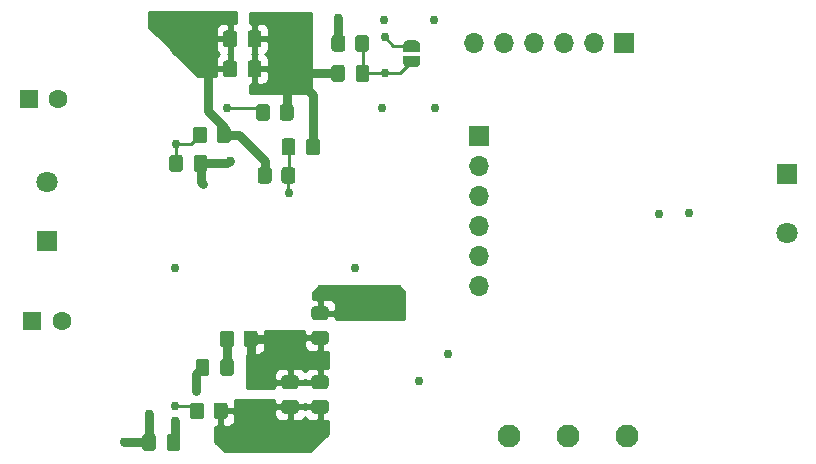
<source format=gbr>
%TF.GenerationSoftware,KiCad,Pcbnew,(5.1.8-0-10_14)*%
%TF.CreationDate,2021-08-05T18:18:29-06:00*%
%TF.ProjectId,ESP8266_Water_Sensor,45535038-3236-4365-9f57-617465725f53,rev?*%
%TF.SameCoordinates,Original*%
%TF.FileFunction,Copper,L4,Bot*%
%TF.FilePolarity,Positive*%
%FSLAX46Y46*%
G04 Gerber Fmt 4.6, Leading zero omitted, Abs format (unit mm)*
G04 Created by KiCad (PCBNEW (5.1.8-0-10_14)) date 2021-08-05 18:18:29*
%MOMM*%
%LPD*%
G01*
G04 APERTURE LIST*
%TA.AperFunction,ComponentPad*%
%ADD10R,1.700000X1.700000*%
%TD*%
%TA.AperFunction,ComponentPad*%
%ADD11O,1.700000X1.700000*%
%TD*%
%TA.AperFunction,ComponentPad*%
%ADD12C,1.800000*%
%TD*%
%TA.AperFunction,ComponentPad*%
%ADD13R,1.800000X1.800000*%
%TD*%
%TA.AperFunction,SMDPad,CuDef*%
%ADD14C,0.100000*%
%TD*%
%TA.AperFunction,ComponentPad*%
%ADD15C,1.950000*%
%TD*%
%TA.AperFunction,ComponentPad*%
%ADD16C,1.600000*%
%TD*%
%TA.AperFunction,ComponentPad*%
%ADD17R,1.600000X1.600000*%
%TD*%
%TA.AperFunction,ViaPad*%
%ADD18C,0.762000*%
%TD*%
%TA.AperFunction,Conductor*%
%ADD19C,0.762000*%
%TD*%
%TA.AperFunction,Conductor*%
%ADD20C,0.254000*%
%TD*%
%TA.AperFunction,Conductor*%
%ADD21C,0.100000*%
%TD*%
G04 APERTURE END LIST*
%TO.P,C1,1*%
%TO.N,+3V3*%
%TA.AperFunction,SMDPad,CuDef*%
G36*
G01*
X135810500Y-87470000D02*
X135810500Y-86520000D01*
G75*
G02*
X136060500Y-86270000I250000J0D01*
G01*
X136735500Y-86270000D01*
G75*
G02*
X136985500Y-86520000I0J-250000D01*
G01*
X136985500Y-87470000D01*
G75*
G02*
X136735500Y-87720000I-250000J0D01*
G01*
X136060500Y-87720000D01*
G75*
G02*
X135810500Y-87470000I0J250000D01*
G01*
G37*
%TD.AperFunction*%
%TO.P,C1,2*%
%TO.N,GND*%
%TA.AperFunction,SMDPad,CuDef*%
G36*
G01*
X137885500Y-87470000D02*
X137885500Y-86520000D01*
G75*
G02*
X138135500Y-86270000I250000J0D01*
G01*
X138810500Y-86270000D01*
G75*
G02*
X139060500Y-86520000I0J-250000D01*
G01*
X139060500Y-87470000D01*
G75*
G02*
X138810500Y-87720000I-250000J0D01*
G01*
X138135500Y-87720000D01*
G75*
G02*
X137885500Y-87470000I0J250000D01*
G01*
G37*
%TD.AperFunction*%
%TD*%
%TO.P,C4,1*%
%TO.N,+3V3*%
%TA.AperFunction,SMDPad,CuDef*%
G36*
G01*
X135810500Y-90010000D02*
X135810500Y-89060000D01*
G75*
G02*
X136060500Y-88810000I250000J0D01*
G01*
X136735500Y-88810000D01*
G75*
G02*
X136985500Y-89060000I0J-250000D01*
G01*
X136985500Y-90010000D01*
G75*
G02*
X136735500Y-90260000I-250000J0D01*
G01*
X136060500Y-90260000D01*
G75*
G02*
X135810500Y-90010000I0J250000D01*
G01*
G37*
%TD.AperFunction*%
%TO.P,C4,2*%
%TO.N,GND*%
%TA.AperFunction,SMDPad,CuDef*%
G36*
G01*
X137885500Y-90010000D02*
X137885500Y-89060000D01*
G75*
G02*
X138135500Y-88810000I250000J0D01*
G01*
X138810500Y-88810000D01*
G75*
G02*
X139060500Y-89060000I0J-250000D01*
G01*
X139060500Y-90010000D01*
G75*
G02*
X138810500Y-90260000I-250000J0D01*
G01*
X138135500Y-90260000D01*
G75*
G02*
X137885500Y-90010000I0J250000D01*
G01*
G37*
%TD.AperFunction*%
%TD*%
%TO.P,C5,2*%
%TO.N,GND*%
%TA.AperFunction,SMDPad,CuDef*%
G36*
G01*
X144493000Y-116644000D02*
X143543000Y-116644000D01*
G75*
G02*
X143293000Y-116394000I0J250000D01*
G01*
X143293000Y-115719000D01*
G75*
G02*
X143543000Y-115469000I250000J0D01*
G01*
X144493000Y-115469000D01*
G75*
G02*
X144743000Y-115719000I0J-250000D01*
G01*
X144743000Y-116394000D01*
G75*
G02*
X144493000Y-116644000I-250000J0D01*
G01*
G37*
%TD.AperFunction*%
%TO.P,C5,1*%
%TO.N,+12V*%
%TA.AperFunction,SMDPad,CuDef*%
G36*
G01*
X144493000Y-118719000D02*
X143543000Y-118719000D01*
G75*
G02*
X143293000Y-118469000I0J250000D01*
G01*
X143293000Y-117794000D01*
G75*
G02*
X143543000Y-117544000I250000J0D01*
G01*
X144493000Y-117544000D01*
G75*
G02*
X144743000Y-117794000I0J-250000D01*
G01*
X144743000Y-118469000D01*
G75*
G02*
X144493000Y-118719000I-250000J0D01*
G01*
G37*
%TD.AperFunction*%
%TD*%
%TO.P,C6,2*%
%TO.N,GND*%
%TA.AperFunction,SMDPad,CuDef*%
G36*
G01*
X130127500Y-120683000D02*
X130127500Y-121633000D01*
G75*
G02*
X129877500Y-121883000I-250000J0D01*
G01*
X129202500Y-121883000D01*
G75*
G02*
X128952500Y-121633000I0J250000D01*
G01*
X128952500Y-120683000D01*
G75*
G02*
X129202500Y-120433000I250000J0D01*
G01*
X129877500Y-120433000D01*
G75*
G02*
X130127500Y-120683000I0J-250000D01*
G01*
G37*
%TD.AperFunction*%
%TO.P,C6,1*%
%TO.N,/U2_SS*%
%TA.AperFunction,SMDPad,CuDef*%
G36*
G01*
X132202500Y-120683000D02*
X132202500Y-121633000D01*
G75*
G02*
X131952500Y-121883000I-250000J0D01*
G01*
X131277500Y-121883000D01*
G75*
G02*
X131027500Y-121633000I0J250000D01*
G01*
X131027500Y-120683000D01*
G75*
G02*
X131277500Y-120433000I250000J0D01*
G01*
X131952500Y-120433000D01*
G75*
G02*
X132202500Y-120683000I0J-250000D01*
G01*
G37*
%TD.AperFunction*%
%TD*%
%TO.P,C7,1*%
%TO.N,/U2_COMP*%
%TA.AperFunction,SMDPad,CuDef*%
G36*
G01*
X133481500Y-115283000D02*
X133481500Y-114333000D01*
G75*
G02*
X133731500Y-114083000I250000J0D01*
G01*
X134406500Y-114083000D01*
G75*
G02*
X134656500Y-114333000I0J-250000D01*
G01*
X134656500Y-115283000D01*
G75*
G02*
X134406500Y-115533000I-250000J0D01*
G01*
X133731500Y-115533000D01*
G75*
G02*
X133481500Y-115283000I0J250000D01*
G01*
G37*
%TD.AperFunction*%
%TO.P,C7,2*%
%TO.N,Net-(C7-Pad2)*%
%TA.AperFunction,SMDPad,CuDef*%
G36*
G01*
X135556500Y-115283000D02*
X135556500Y-114333000D01*
G75*
G02*
X135806500Y-114083000I250000J0D01*
G01*
X136481500Y-114083000D01*
G75*
G02*
X136731500Y-114333000I0J-250000D01*
G01*
X136731500Y-115283000D01*
G75*
G02*
X136481500Y-115533000I-250000J0D01*
G01*
X135806500Y-115533000D01*
G75*
G02*
X135556500Y-115283000I0J250000D01*
G01*
G37*
%TD.AperFunction*%
%TD*%
%TO.P,C8,2*%
%TO.N,GND*%
%TA.AperFunction,SMDPad,CuDef*%
G36*
G01*
X142838500Y-96614000D02*
X142838500Y-95664000D01*
G75*
G02*
X143088500Y-95414000I250000J0D01*
G01*
X143763500Y-95414000D01*
G75*
G02*
X144013500Y-95664000I0J-250000D01*
G01*
X144013500Y-96614000D01*
G75*
G02*
X143763500Y-96864000I-250000J0D01*
G01*
X143088500Y-96864000D01*
G75*
G02*
X142838500Y-96614000I0J250000D01*
G01*
G37*
%TD.AperFunction*%
%TO.P,C8,1*%
%TO.N,/ESP_EN*%
%TA.AperFunction,SMDPad,CuDef*%
G36*
G01*
X140763500Y-96614000D02*
X140763500Y-95664000D01*
G75*
G02*
X141013500Y-95414000I250000J0D01*
G01*
X141688500Y-95414000D01*
G75*
G02*
X141938500Y-95664000I0J-250000D01*
G01*
X141938500Y-96614000D01*
G75*
G02*
X141688500Y-96864000I-250000J0D01*
G01*
X141013500Y-96864000D01*
G75*
G02*
X140763500Y-96614000I0J250000D01*
G01*
G37*
%TD.AperFunction*%
%TD*%
%TO.P,C9,1*%
%TO.N,/ESP_RST_L*%
%TA.AperFunction,SMDPad,CuDef*%
G36*
G01*
X148204500Y-89441000D02*
X148204500Y-90391000D01*
G75*
G02*
X147954500Y-90641000I-250000J0D01*
G01*
X147279500Y-90641000D01*
G75*
G02*
X147029500Y-90391000I0J250000D01*
G01*
X147029500Y-89441000D01*
G75*
G02*
X147279500Y-89191000I250000J0D01*
G01*
X147954500Y-89191000D01*
G75*
G02*
X148204500Y-89441000I0J-250000D01*
G01*
G37*
%TD.AperFunction*%
%TO.P,C9,2*%
%TO.N,GND*%
%TA.AperFunction,SMDPad,CuDef*%
G36*
G01*
X146129500Y-89441000D02*
X146129500Y-90391000D01*
G75*
G02*
X145879500Y-90641000I-250000J0D01*
G01*
X145204500Y-90641000D01*
G75*
G02*
X144954500Y-90391000I0J250000D01*
G01*
X144954500Y-89441000D01*
G75*
G02*
X145204500Y-89191000I250000J0D01*
G01*
X145879500Y-89191000D01*
G75*
G02*
X146129500Y-89441000I0J-250000D01*
G01*
G37*
%TD.AperFunction*%
%TD*%
%TO.P,C10,1*%
%TO.N,/GPIO0*%
%TA.AperFunction,SMDPad,CuDef*%
G36*
G01*
X131238500Y-98011000D02*
X131238500Y-97061000D01*
G75*
G02*
X131488500Y-96811000I250000J0D01*
G01*
X132163500Y-96811000D01*
G75*
G02*
X132413500Y-97061000I0J-250000D01*
G01*
X132413500Y-98011000D01*
G75*
G02*
X132163500Y-98261000I-250000J0D01*
G01*
X131488500Y-98261000D01*
G75*
G02*
X131238500Y-98011000I0J250000D01*
G01*
G37*
%TD.AperFunction*%
%TO.P,C10,2*%
%TO.N,GND*%
%TA.AperFunction,SMDPad,CuDef*%
G36*
G01*
X133313500Y-98011000D02*
X133313500Y-97061000D01*
G75*
G02*
X133563500Y-96811000I250000J0D01*
G01*
X134238500Y-96811000D01*
G75*
G02*
X134488500Y-97061000I0J-250000D01*
G01*
X134488500Y-98011000D01*
G75*
G02*
X134238500Y-98261000I-250000J0D01*
G01*
X133563500Y-98261000D01*
G75*
G02*
X133313500Y-98011000I0J250000D01*
G01*
G37*
%TD.AperFunction*%
%TD*%
D10*
%TO.P,J1,1*%
%TO.N,+3V3*%
X157480000Y-95250000D03*
D11*
%TO.P,J1,2*%
%TO.N,Net-(J1-Pad2)*%
X157480000Y-97790000D03*
%TO.P,J1,3*%
%TO.N,GND*%
X157480000Y-100330000D03*
%TO.P,J1,4*%
%TO.N,/I2C_SCL*%
X157480000Y-102870000D03*
%TO.P,J1,5*%
%TO.N,/I2C_SDA*%
X157480000Y-105410000D03*
%TO.P,J1,6*%
%TO.N,/MPU_INT*%
X157480000Y-107950000D03*
%TD*%
D12*
%TO.P,J2,2*%
%TO.N,GND*%
X120904000Y-99140000D03*
D13*
%TO.P,J2,1*%
%TO.N,+12V*%
X120904000Y-104140000D03*
%TD*%
%TO.P,J4,1*%
%TO.N,/water_voltage*%
X183515000Y-98425000D03*
D12*
%TO.P,J4,2*%
%TO.N,GND*%
X183515000Y-103425000D03*
%TD*%
D11*
%TO.P,J5,6*%
%TO.N,/CTS_NC*%
X157022800Y-87350600D03*
%TO.P,J5,5*%
%TO.N,/RTS_NC*%
X159562800Y-87350600D03*
%TO.P,J5,4*%
%TO.N,/ESP_TXD*%
X162102800Y-87350600D03*
%TO.P,J5,3*%
%TO.N,/ESP_RXD*%
X164642800Y-87350600D03*
%TO.P,J5,2*%
%TO.N,GND*%
X167182800Y-87350600D03*
D10*
%TO.P,J5,1*%
%TO.N,+3V3*%
X169722800Y-87350600D03*
%TD*%
%TA.AperFunction,SMDPad,CuDef*%
D14*
%TO.P,JP2,1*%
%TO.N,/GPIO16*%
G36*
X151015000Y-88100000D02*
G01*
X151015000Y-87600000D01*
X151015602Y-87600000D01*
X151015602Y-87575466D01*
X151020412Y-87526635D01*
X151029984Y-87478510D01*
X151044228Y-87431555D01*
X151063005Y-87386222D01*
X151086136Y-87342949D01*
X151113396Y-87302150D01*
X151144524Y-87264221D01*
X151179221Y-87229524D01*
X151217150Y-87198396D01*
X151257949Y-87171136D01*
X151301222Y-87148005D01*
X151346555Y-87129228D01*
X151393510Y-87114984D01*
X151441635Y-87105412D01*
X151490466Y-87100602D01*
X151515000Y-87100602D01*
X151515000Y-87100000D01*
X152015000Y-87100000D01*
X152015000Y-87100602D01*
X152039534Y-87100602D01*
X152088365Y-87105412D01*
X152136490Y-87114984D01*
X152183445Y-87129228D01*
X152228778Y-87148005D01*
X152272051Y-87171136D01*
X152312850Y-87198396D01*
X152350779Y-87229524D01*
X152385476Y-87264221D01*
X152416604Y-87302150D01*
X152443864Y-87342949D01*
X152466995Y-87386222D01*
X152485772Y-87431555D01*
X152500016Y-87478510D01*
X152509588Y-87526635D01*
X152514398Y-87575466D01*
X152514398Y-87600000D01*
X152515000Y-87600000D01*
X152515000Y-88100000D01*
X151015000Y-88100000D01*
G37*
%TD.AperFunction*%
%TA.AperFunction,SMDPad,CuDef*%
%TO.P,JP2,2*%
%TO.N,/ESP_RST_L*%
G36*
X152514398Y-88900000D02*
G01*
X152514398Y-88924534D01*
X152509588Y-88973365D01*
X152500016Y-89021490D01*
X152485772Y-89068445D01*
X152466995Y-89113778D01*
X152443864Y-89157051D01*
X152416604Y-89197850D01*
X152385476Y-89235779D01*
X152350779Y-89270476D01*
X152312850Y-89301604D01*
X152272051Y-89328864D01*
X152228778Y-89351995D01*
X152183445Y-89370772D01*
X152136490Y-89385016D01*
X152088365Y-89394588D01*
X152039534Y-89399398D01*
X152015000Y-89399398D01*
X152015000Y-89400000D01*
X151515000Y-89400000D01*
X151515000Y-89399398D01*
X151490466Y-89399398D01*
X151441635Y-89394588D01*
X151393510Y-89385016D01*
X151346555Y-89370772D01*
X151301222Y-89351995D01*
X151257949Y-89328864D01*
X151217150Y-89301604D01*
X151179221Y-89270476D01*
X151144524Y-89235779D01*
X151113396Y-89197850D01*
X151086136Y-89157051D01*
X151063005Y-89113778D01*
X151044228Y-89068445D01*
X151029984Y-89021490D01*
X151020412Y-88973365D01*
X151015602Y-88924534D01*
X151015602Y-88900000D01*
X151015000Y-88900000D01*
X151015000Y-88400000D01*
X152515000Y-88400000D01*
X152515000Y-88900000D01*
X152514398Y-88900000D01*
G37*
%TD.AperFunction*%
%TD*%
%TO.P,R3,1*%
%TO.N,+12V*%
%TA.AperFunction,SMDPad,CuDef*%
G36*
G01*
X136204000Y-118040999D02*
X136204000Y-118941001D01*
G75*
G02*
X135954001Y-119191000I-249999J0D01*
G01*
X135253999Y-119191000D01*
G75*
G02*
X135004000Y-118941001I0J249999D01*
G01*
X135004000Y-118040999D01*
G75*
G02*
X135253999Y-117791000I249999J0D01*
G01*
X135954001Y-117791000D01*
G75*
G02*
X136204000Y-118040999I0J-249999D01*
G01*
G37*
%TD.AperFunction*%
%TO.P,R3,2*%
%TO.N,/U2_EN*%
%TA.AperFunction,SMDPad,CuDef*%
G36*
G01*
X134204000Y-118040999D02*
X134204000Y-118941001D01*
G75*
G02*
X133954001Y-119191000I-249999J0D01*
G01*
X133253999Y-119191000D01*
G75*
G02*
X133004000Y-118941001I0J249999D01*
G01*
X133004000Y-118040999D01*
G75*
G02*
X133253999Y-117791000I249999J0D01*
G01*
X133954001Y-117791000D01*
G75*
G02*
X134204000Y-118040999I0J-249999D01*
G01*
G37*
%TD.AperFunction*%
%TD*%
%TO.P,R4,2*%
%TO.N,GND*%
%TA.AperFunction,SMDPad,CuDef*%
G36*
G01*
X137544000Y-112845001D02*
X137544000Y-111944999D01*
G75*
G02*
X137793999Y-111695000I249999J0D01*
G01*
X138494001Y-111695000D01*
G75*
G02*
X138744000Y-111944999I0J-249999D01*
G01*
X138744000Y-112845001D01*
G75*
G02*
X138494001Y-113095000I-249999J0D01*
G01*
X137793999Y-113095000D01*
G75*
G02*
X137544000Y-112845001I0J249999D01*
G01*
G37*
%TD.AperFunction*%
%TO.P,R4,1*%
%TO.N,Net-(C7-Pad2)*%
%TA.AperFunction,SMDPad,CuDef*%
G36*
G01*
X135544000Y-112845001D02*
X135544000Y-111944999D01*
G75*
G02*
X135793999Y-111695000I249999J0D01*
G01*
X136494001Y-111695000D01*
G75*
G02*
X136744000Y-111944999I0J-249999D01*
G01*
X136744000Y-112845001D01*
G75*
G02*
X136494001Y-113095000I-249999J0D01*
G01*
X135793999Y-113095000D01*
G75*
G02*
X135544000Y-112845001I0J249999D01*
G01*
G37*
%TD.AperFunction*%
%TD*%
%TO.P,R5,1*%
%TO.N,+3V3*%
%TA.AperFunction,SMDPad,CuDef*%
G36*
G01*
X138735000Y-99002001D02*
X138735000Y-98101999D01*
G75*
G02*
X138984999Y-97852000I249999J0D01*
G01*
X139685001Y-97852000D01*
G75*
G02*
X139935000Y-98101999I0J-249999D01*
G01*
X139935000Y-99002001D01*
G75*
G02*
X139685001Y-99252000I-249999J0D01*
G01*
X138984999Y-99252000D01*
G75*
G02*
X138735000Y-99002001I0J249999D01*
G01*
G37*
%TD.AperFunction*%
%TO.P,R5,2*%
%TO.N,/ESP_EN*%
%TA.AperFunction,SMDPad,CuDef*%
G36*
G01*
X140735000Y-99002001D02*
X140735000Y-98101999D01*
G75*
G02*
X140984999Y-97852000I249999J0D01*
G01*
X141685001Y-97852000D01*
G75*
G02*
X141935000Y-98101999I0J-249999D01*
G01*
X141935000Y-99002001D01*
G75*
G02*
X141685001Y-99252000I-249999J0D01*
G01*
X140984999Y-99252000D01*
G75*
G02*
X140735000Y-99002001I0J249999D01*
G01*
G37*
%TD.AperFunction*%
%TD*%
%TO.P,R6,1*%
%TO.N,+3V3*%
%TA.AperFunction,SMDPad,CuDef*%
G36*
G01*
X144974000Y-87826001D02*
X144974000Y-86925999D01*
G75*
G02*
X145223999Y-86676000I249999J0D01*
G01*
X145924001Y-86676000D01*
G75*
G02*
X146174000Y-86925999I0J-249999D01*
G01*
X146174000Y-87826001D01*
G75*
G02*
X145924001Y-88076000I-249999J0D01*
G01*
X145223999Y-88076000D01*
G75*
G02*
X144974000Y-87826001I0J249999D01*
G01*
G37*
%TD.AperFunction*%
%TO.P,R6,2*%
%TO.N,/ESP_RST_L*%
%TA.AperFunction,SMDPad,CuDef*%
G36*
G01*
X146974000Y-87826001D02*
X146974000Y-86925999D01*
G75*
G02*
X147223999Y-86676000I249999J0D01*
G01*
X147924001Y-86676000D01*
G75*
G02*
X148174000Y-86925999I0J-249999D01*
G01*
X148174000Y-87826001D01*
G75*
G02*
X147924001Y-88076000I-249999J0D01*
G01*
X147223999Y-88076000D01*
G75*
G02*
X146974000Y-87826001I0J249999D01*
G01*
G37*
%TD.AperFunction*%
%TD*%
%TO.P,R7,1*%
%TO.N,+3V3*%
%TA.AperFunction,SMDPad,CuDef*%
G36*
G01*
X136458000Y-94672999D02*
X136458000Y-95573001D01*
G75*
G02*
X136208001Y-95823000I-249999J0D01*
G01*
X135507999Y-95823000D01*
G75*
G02*
X135258000Y-95573001I0J249999D01*
G01*
X135258000Y-94672999D01*
G75*
G02*
X135507999Y-94423000I249999J0D01*
G01*
X136208001Y-94423000D01*
G75*
G02*
X136458000Y-94672999I0J-249999D01*
G01*
G37*
%TD.AperFunction*%
%TO.P,R7,2*%
%TO.N,/GPIO0*%
%TA.AperFunction,SMDPad,CuDef*%
G36*
G01*
X134458000Y-94672999D02*
X134458000Y-95573001D01*
G75*
G02*
X134208001Y-95823000I-249999J0D01*
G01*
X133507999Y-95823000D01*
G75*
G02*
X133258000Y-95573001I0J249999D01*
G01*
X133258000Y-94672999D01*
G75*
G02*
X133507999Y-94423000I249999J0D01*
G01*
X134208001Y-94423000D01*
G75*
G02*
X134458000Y-94672999I0J-249999D01*
G01*
G37*
%TD.AperFunction*%
%TD*%
%TO.P,R8,2*%
%TO.N,GND*%
%TA.AperFunction,SMDPad,CuDef*%
G36*
G01*
X140592000Y-93668001D02*
X140592000Y-92767999D01*
G75*
G02*
X140841999Y-92518000I249999J0D01*
G01*
X141542001Y-92518000D01*
G75*
G02*
X141792000Y-92767999I0J-249999D01*
G01*
X141792000Y-93668001D01*
G75*
G02*
X141542001Y-93918000I-249999J0D01*
G01*
X140841999Y-93918000D01*
G75*
G02*
X140592000Y-93668001I0J249999D01*
G01*
G37*
%TD.AperFunction*%
%TO.P,R8,1*%
%TO.N,/GPIO15*%
%TA.AperFunction,SMDPad,CuDef*%
G36*
G01*
X138592000Y-93668001D02*
X138592000Y-92767999D01*
G75*
G02*
X138841999Y-92518000I249999J0D01*
G01*
X139542001Y-92518000D01*
G75*
G02*
X139792000Y-92767999I0J-249999D01*
G01*
X139792000Y-93668001D01*
G75*
G02*
X139542001Y-93918000I-249999J0D01*
G01*
X138841999Y-93918000D01*
G75*
G02*
X138592000Y-93668001I0J249999D01*
G01*
G37*
%TD.AperFunction*%
%TD*%
%TO.P,C11,2*%
%TO.N,GND*%
%TA.AperFunction,SMDPad,CuDef*%
G36*
G01*
X143543000Y-111702000D02*
X144493000Y-111702000D01*
G75*
G02*
X144743000Y-111952000I0J-250000D01*
G01*
X144743000Y-112627000D01*
G75*
G02*
X144493000Y-112877000I-250000J0D01*
G01*
X143543000Y-112877000D01*
G75*
G02*
X143293000Y-112627000I0J250000D01*
G01*
X143293000Y-111952000D01*
G75*
G02*
X143543000Y-111702000I250000J0D01*
G01*
G37*
%TD.AperFunction*%
%TO.P,C11,1*%
%TO.N,+3V3*%
%TA.AperFunction,SMDPad,CuDef*%
G36*
G01*
X143543000Y-109627000D02*
X144493000Y-109627000D01*
G75*
G02*
X144743000Y-109877000I0J-250000D01*
G01*
X144743000Y-110552000D01*
G75*
G02*
X144493000Y-110802000I-250000J0D01*
G01*
X143543000Y-110802000D01*
G75*
G02*
X143293000Y-110552000I0J250000D01*
G01*
X143293000Y-109877000D01*
G75*
G02*
X143543000Y-109627000I250000J0D01*
G01*
G37*
%TD.AperFunction*%
%TD*%
%TO.P,C13,1*%
%TO.N,+12V*%
%TA.AperFunction,SMDPad,CuDef*%
G36*
G01*
X141953000Y-118719000D02*
X141003000Y-118719000D01*
G75*
G02*
X140753000Y-118469000I0J250000D01*
G01*
X140753000Y-117794000D01*
G75*
G02*
X141003000Y-117544000I250000J0D01*
G01*
X141953000Y-117544000D01*
G75*
G02*
X142203000Y-117794000I0J-250000D01*
G01*
X142203000Y-118469000D01*
G75*
G02*
X141953000Y-118719000I-250000J0D01*
G01*
G37*
%TD.AperFunction*%
%TO.P,C13,2*%
%TO.N,GND*%
%TA.AperFunction,SMDPad,CuDef*%
G36*
G01*
X141953000Y-116644000D02*
X141003000Y-116644000D01*
G75*
G02*
X140753000Y-116394000I0J250000D01*
G01*
X140753000Y-115719000D01*
G75*
G02*
X141003000Y-115469000I250000J0D01*
G01*
X141953000Y-115469000D01*
G75*
G02*
X142203000Y-115719000I0J-250000D01*
G01*
X142203000Y-116394000D01*
G75*
G02*
X141953000Y-116644000I-250000J0D01*
G01*
G37*
%TD.AperFunction*%
%TD*%
D15*
%TO.P,J3,1*%
%TO.N,+12V*%
X160020000Y-120650000D03*
%TO.P,J3,2*%
%TO.N,/GPIO12*%
X165020000Y-120650000D03*
%TO.P,J3,3*%
%TO.N,GND*%
X170020000Y-120650000D03*
%TD*%
D16*
%TO.P,C14,2*%
%TO.N,GND*%
X121869200Y-92049600D03*
D17*
%TO.P,C14,1*%
%TO.N,+12V*%
X119369200Y-92049600D03*
%TD*%
%TO.P,C15,1*%
%TO.N,+12V*%
X119634000Y-110845600D03*
D16*
%TO.P,C15,2*%
%TO.N,GND*%
X122134000Y-110845600D03*
%TD*%
D18*
%TO.N,+3V3*%
X144272000Y-108585000D03*
X145542000Y-108585000D03*
X146812000Y-108585000D03*
X148082000Y-108585000D03*
X149352000Y-108585000D03*
X150622000Y-108585000D03*
X172720000Y-101854000D03*
X136377000Y-85365000D03*
X131699000Y-85344000D03*
X145574000Y-85249000D03*
%TO.N,GND*%
X131735000Y-106390000D03*
X146975000Y-106390000D03*
X175260000Y-101727000D03*
X153769000Y-92865000D03*
X149253000Y-92865000D03*
X153671938Y-85365000D03*
X149458000Y-85365000D03*
X136354000Y-97365000D03*
X134125000Y-99301000D03*
X154813000Y-113665000D03*
X152400000Y-115951000D03*
X141351000Y-113411000D03*
X138176000Y-114681000D03*
X138176000Y-116205000D03*
X129540000Y-118745000D03*
X127381000Y-121158000D03*
X141224000Y-85344000D03*
X141224000Y-86995000D03*
X141224000Y-88773000D03*
%TO.N,+12V*%
X139192000Y-118110000D03*
X137668000Y-119507000D03*
X139192000Y-119507000D03*
X137668000Y-120904000D03*
X137668000Y-118110000D03*
X139192000Y-120904000D03*
%TO.N,/ESP_EN*%
X141351000Y-100076000D03*
%TO.N,/ESP_RST_L*%
X149530000Y-89865000D03*
%TO.N,/GPIO0*%
X131846000Y-95865000D03*
%TO.N,/GPIO16*%
X149482000Y-86865000D03*
%TO.N,/GPIO15*%
X136116000Y-92865000D03*
%TO.N,/U2_SS*%
X131699000Y-119380000D03*
%TO.N,/U2_COMP*%
X133477000Y-116840000D03*
%TO.N,/U2_EN*%
X131699000Y-118110000D03*
%TD*%
D19*
%TO.N,+3V3*%
X136356000Y-85344000D02*
X136377000Y-85365000D01*
X135858000Y-94423000D02*
X134493000Y-93058000D01*
X135858000Y-95123000D02*
X135858000Y-94423000D01*
X134493000Y-93058000D02*
X134493000Y-89662000D01*
X135858000Y-95123000D02*
X137160000Y-95123000D01*
X139335000Y-97298000D02*
X139335000Y-98552000D01*
X137160000Y-95123000D02*
X139335000Y-97298000D01*
X145574000Y-87376000D02*
X145574000Y-85249000D01*
X145574000Y-85249000D02*
X145574000Y-85249000D01*
%TO.N,GND*%
X138144000Y-116173000D02*
X138176000Y-116205000D01*
X138144000Y-112395000D02*
X138144000Y-116173000D01*
X140335000Y-112395000D02*
X141351000Y-113411000D01*
X138144000Y-112395000D02*
X140335000Y-112395000D01*
X129540000Y-121158000D02*
X129540000Y-118745000D01*
X129540000Y-121158000D02*
X127381000Y-121158000D01*
X129540000Y-118745000D02*
X129540000Y-118745000D01*
X127381000Y-121158000D02*
X127381000Y-121158000D01*
X143426000Y-91737000D02*
X142748000Y-91059000D01*
X136183000Y-97536000D02*
X136354000Y-97365000D01*
X133901000Y-97536000D02*
X136183000Y-97536000D01*
X133901000Y-99077000D02*
X134125000Y-99301000D01*
X133901000Y-97536000D02*
X133901000Y-99077000D01*
X141192000Y-93218000D02*
X141192000Y-90964000D01*
X141287000Y-91059000D02*
X142748000Y-91059000D01*
X141192000Y-90964000D02*
X141287000Y-91059000D01*
X143426000Y-96139000D02*
X143426000Y-91737000D01*
X145542000Y-89916000D02*
X142621000Y-89916000D01*
%TO.N,Net-(C7-Pad2)*%
X136144000Y-112395000D02*
X136144000Y-114808000D01*
D20*
%TO.N,/ESP_EN*%
X141351000Y-98536000D02*
X141335000Y-98552000D01*
X141351000Y-96139000D02*
X141351000Y-98536000D01*
X141335000Y-100060000D02*
X141351000Y-100076000D01*
X141335000Y-98552000D02*
X141335000Y-100060000D01*
%TO.N,/ESP_RST_L*%
X147668000Y-89865000D02*
X147617000Y-89916000D01*
X149530000Y-89865000D02*
X147668000Y-89865000D01*
X147617000Y-87419000D02*
X147574000Y-87376000D01*
X147617000Y-89916000D02*
X147617000Y-87419000D01*
X150800000Y-89865000D02*
X151765000Y-88900000D01*
X149530000Y-89865000D02*
X150800000Y-89865000D01*
%TO.N,/GPIO0*%
X131846000Y-97516000D02*
X131826000Y-97536000D01*
X131846000Y-95865000D02*
X131846000Y-97516000D01*
X133116000Y-95865000D02*
X133858000Y-95123000D01*
X131846000Y-95865000D02*
X133116000Y-95865000D01*
%TO.N,/GPIO16*%
X150217000Y-87600000D02*
X149482000Y-86865000D01*
X151765000Y-87600000D02*
X150217000Y-87600000D01*
%TO.N,/GPIO15*%
X138839000Y-92865000D02*
X139192000Y-93218000D01*
X136116000Y-92865000D02*
X138839000Y-92865000D01*
D19*
%TO.N,/U2_SS*%
X131699000Y-121074000D02*
X131615000Y-121158000D01*
X131699000Y-119380000D02*
X131699000Y-121074000D01*
%TO.N,/U2_COMP*%
X133477000Y-115400000D02*
X134069000Y-114808000D01*
X133477000Y-116840000D02*
X133477000Y-115400000D01*
D20*
%TO.N,/U2_EN*%
X133223000Y-118110000D02*
X133604000Y-118491000D01*
X131699000Y-118110000D02*
X133223000Y-118110000D01*
%TD*%
%TO.N,+12V*%
X140118000Y-117845750D02*
X140276750Y-118004500D01*
X141351000Y-118004500D01*
X141351000Y-117984500D01*
X141605000Y-117984500D01*
X141605000Y-118004500D01*
X142679250Y-118004500D01*
X142748000Y-117935750D01*
X142816750Y-118004500D01*
X143891000Y-118004500D01*
X143891000Y-117984500D01*
X144145000Y-117984500D01*
X144145000Y-118004500D01*
X144165000Y-118004500D01*
X144165000Y-118258500D01*
X144145000Y-118258500D01*
X144145000Y-119195250D01*
X144303750Y-119354000D01*
X144653000Y-119356443D01*
X144653000Y-120470394D01*
X143203394Y-121920000D01*
X135942606Y-121920000D01*
X135128000Y-121105394D01*
X135128000Y-119827860D01*
X135318250Y-119826000D01*
X135477000Y-119667250D01*
X135477000Y-118618000D01*
X135731000Y-118618000D01*
X135731000Y-119667250D01*
X135889750Y-119826000D01*
X136204000Y-119829072D01*
X136328482Y-119816812D01*
X136448180Y-119780502D01*
X136558494Y-119721537D01*
X136655185Y-119642185D01*
X136734537Y-119545494D01*
X136793502Y-119435180D01*
X136829812Y-119315482D01*
X136842072Y-119191000D01*
X136839000Y-118776750D01*
X136781250Y-118719000D01*
X140114928Y-118719000D01*
X140127188Y-118843482D01*
X140163498Y-118963180D01*
X140222463Y-119073494D01*
X140301815Y-119170185D01*
X140398506Y-119249537D01*
X140508820Y-119308502D01*
X140628518Y-119344812D01*
X140753000Y-119357072D01*
X141192250Y-119354000D01*
X141351000Y-119195250D01*
X141351000Y-118258500D01*
X141605000Y-118258500D01*
X141605000Y-119195250D01*
X141763750Y-119354000D01*
X142203000Y-119357072D01*
X142327482Y-119344812D01*
X142447180Y-119308502D01*
X142557494Y-119249537D01*
X142654185Y-119170185D01*
X142733537Y-119073494D01*
X142748000Y-119046436D01*
X142762463Y-119073494D01*
X142841815Y-119170185D01*
X142938506Y-119249537D01*
X143048820Y-119308502D01*
X143168518Y-119344812D01*
X143293000Y-119357072D01*
X143732250Y-119354000D01*
X143891000Y-119195250D01*
X143891000Y-118258500D01*
X142816750Y-118258500D01*
X142748000Y-118327250D01*
X142679250Y-118258500D01*
X141605000Y-118258500D01*
X141351000Y-118258500D01*
X140276750Y-118258500D01*
X140118000Y-118417250D01*
X140114928Y-118719000D01*
X136781250Y-118719000D01*
X136680250Y-118618000D01*
X135731000Y-118618000D01*
X135477000Y-118618000D01*
X135457000Y-118618000D01*
X135457000Y-118364000D01*
X135477000Y-118364000D01*
X135477000Y-118344000D01*
X135731000Y-118344000D01*
X135731000Y-118364000D01*
X136680250Y-118364000D01*
X136839000Y-118205250D01*
X136842072Y-117791000D01*
X136829812Y-117666518D01*
X136810241Y-117602000D01*
X140115518Y-117602000D01*
X140118000Y-117845750D01*
%TA.AperFunction,Conductor*%
D21*
G36*
X140118000Y-117845750D02*
G01*
X140276750Y-118004500D01*
X141351000Y-118004500D01*
X141351000Y-117984500D01*
X141605000Y-117984500D01*
X141605000Y-118004500D01*
X142679250Y-118004500D01*
X142748000Y-117935750D01*
X142816750Y-118004500D01*
X143891000Y-118004500D01*
X143891000Y-117984500D01*
X144145000Y-117984500D01*
X144145000Y-118004500D01*
X144165000Y-118004500D01*
X144165000Y-118258500D01*
X144145000Y-118258500D01*
X144145000Y-119195250D01*
X144303750Y-119354000D01*
X144653000Y-119356443D01*
X144653000Y-120470394D01*
X143203394Y-121920000D01*
X135942606Y-121920000D01*
X135128000Y-121105394D01*
X135128000Y-119827860D01*
X135318250Y-119826000D01*
X135477000Y-119667250D01*
X135477000Y-118618000D01*
X135731000Y-118618000D01*
X135731000Y-119667250D01*
X135889750Y-119826000D01*
X136204000Y-119829072D01*
X136328482Y-119816812D01*
X136448180Y-119780502D01*
X136558494Y-119721537D01*
X136655185Y-119642185D01*
X136734537Y-119545494D01*
X136793502Y-119435180D01*
X136829812Y-119315482D01*
X136842072Y-119191000D01*
X136839000Y-118776750D01*
X136781250Y-118719000D01*
X140114928Y-118719000D01*
X140127188Y-118843482D01*
X140163498Y-118963180D01*
X140222463Y-119073494D01*
X140301815Y-119170185D01*
X140398506Y-119249537D01*
X140508820Y-119308502D01*
X140628518Y-119344812D01*
X140753000Y-119357072D01*
X141192250Y-119354000D01*
X141351000Y-119195250D01*
X141351000Y-118258500D01*
X141605000Y-118258500D01*
X141605000Y-119195250D01*
X141763750Y-119354000D01*
X142203000Y-119357072D01*
X142327482Y-119344812D01*
X142447180Y-119308502D01*
X142557494Y-119249537D01*
X142654185Y-119170185D01*
X142733537Y-119073494D01*
X142748000Y-119046436D01*
X142762463Y-119073494D01*
X142841815Y-119170185D01*
X142938506Y-119249537D01*
X143048820Y-119308502D01*
X143168518Y-119344812D01*
X143293000Y-119357072D01*
X143732250Y-119354000D01*
X143891000Y-119195250D01*
X143891000Y-118258500D01*
X142816750Y-118258500D01*
X142748000Y-118327250D01*
X142679250Y-118258500D01*
X141605000Y-118258500D01*
X141351000Y-118258500D01*
X140276750Y-118258500D01*
X140118000Y-118417250D01*
X140114928Y-118719000D01*
X136781250Y-118719000D01*
X136680250Y-118618000D01*
X135731000Y-118618000D01*
X135477000Y-118618000D01*
X135457000Y-118618000D01*
X135457000Y-118364000D01*
X135477000Y-118364000D01*
X135477000Y-118344000D01*
X135731000Y-118344000D01*
X135731000Y-118364000D01*
X136680250Y-118364000D01*
X136839000Y-118205250D01*
X136842072Y-117791000D01*
X136829812Y-117666518D01*
X136810241Y-117602000D01*
X140115518Y-117602000D01*
X140118000Y-117845750D01*
G37*
%TD.AperFunction*%
%TD*%
D20*
%TO.N,GND*%
X142658000Y-112003750D02*
X142816750Y-112162500D01*
X143891000Y-112162500D01*
X143891000Y-112142500D01*
X144145000Y-112142500D01*
X144145000Y-112162500D01*
X144165000Y-112162500D01*
X144165000Y-112416500D01*
X144145000Y-112416500D01*
X144145000Y-113353250D01*
X144303750Y-113512000D01*
X144653000Y-113514443D01*
X144653000Y-114831557D01*
X144303750Y-114834000D01*
X144145000Y-114992750D01*
X144145000Y-115929500D01*
X144165000Y-115929500D01*
X144165000Y-116183500D01*
X144145000Y-116183500D01*
X144145000Y-116203500D01*
X143891000Y-116203500D01*
X143891000Y-116183500D01*
X142816750Y-116183500D01*
X142748000Y-116252250D01*
X142679250Y-116183500D01*
X141605000Y-116183500D01*
X141605000Y-116203500D01*
X141351000Y-116203500D01*
X141351000Y-116183500D01*
X140276750Y-116183500D01*
X140118000Y-116342250D01*
X140115518Y-116586000D01*
X137795000Y-116586000D01*
X137795000Y-115469000D01*
X140114928Y-115469000D01*
X140118000Y-115770750D01*
X140276750Y-115929500D01*
X141351000Y-115929500D01*
X141351000Y-114992750D01*
X141605000Y-114992750D01*
X141605000Y-115929500D01*
X142679250Y-115929500D01*
X142748000Y-115860750D01*
X142816750Y-115929500D01*
X143891000Y-115929500D01*
X143891000Y-114992750D01*
X143732250Y-114834000D01*
X143293000Y-114830928D01*
X143168518Y-114843188D01*
X143048820Y-114879498D01*
X142938506Y-114938463D01*
X142841815Y-115017815D01*
X142762463Y-115114506D01*
X142748000Y-115141564D01*
X142733537Y-115114506D01*
X142654185Y-115017815D01*
X142557494Y-114938463D01*
X142447180Y-114879498D01*
X142327482Y-114843188D01*
X142203000Y-114830928D01*
X141763750Y-114834000D01*
X141605000Y-114992750D01*
X141351000Y-114992750D01*
X141192250Y-114834000D01*
X140753000Y-114830928D01*
X140628518Y-114843188D01*
X140508820Y-114879498D01*
X140398506Y-114938463D01*
X140301815Y-115017815D01*
X140222463Y-115114506D01*
X140163498Y-115224820D01*
X140127188Y-115344518D01*
X140114928Y-115469000D01*
X137795000Y-115469000D01*
X137795000Y-113730618D01*
X137858250Y-113730000D01*
X138017000Y-113571250D01*
X138017000Y-112522000D01*
X138271000Y-112522000D01*
X138271000Y-113571250D01*
X138429750Y-113730000D01*
X138744000Y-113733072D01*
X138868482Y-113720812D01*
X138988180Y-113684502D01*
X139098494Y-113625537D01*
X139195185Y-113546185D01*
X139274537Y-113449494D01*
X139333502Y-113339180D01*
X139369812Y-113219482D01*
X139382072Y-113095000D01*
X139380456Y-112877000D01*
X142654928Y-112877000D01*
X142667188Y-113001482D01*
X142703498Y-113121180D01*
X142762463Y-113231494D01*
X142841815Y-113328185D01*
X142938506Y-113407537D01*
X143048820Y-113466502D01*
X143168518Y-113502812D01*
X143293000Y-113515072D01*
X143732250Y-113512000D01*
X143891000Y-113353250D01*
X143891000Y-112416500D01*
X142816750Y-112416500D01*
X142658000Y-112575250D01*
X142654928Y-112877000D01*
X139380456Y-112877000D01*
X139379000Y-112680750D01*
X139220250Y-112522000D01*
X138271000Y-112522000D01*
X138017000Y-112522000D01*
X137997000Y-112522000D01*
X137997000Y-112268000D01*
X138017000Y-112268000D01*
X138017000Y-112248000D01*
X138271000Y-112248000D01*
X138271000Y-112268000D01*
X139220250Y-112268000D01*
X139379000Y-112109250D01*
X139381590Y-111760000D01*
X142655518Y-111760000D01*
X142658000Y-112003750D01*
%TA.AperFunction,Conductor*%
D21*
G36*
X142658000Y-112003750D02*
G01*
X142816750Y-112162500D01*
X143891000Y-112162500D01*
X143891000Y-112142500D01*
X144145000Y-112142500D01*
X144145000Y-112162500D01*
X144165000Y-112162500D01*
X144165000Y-112416500D01*
X144145000Y-112416500D01*
X144145000Y-113353250D01*
X144303750Y-113512000D01*
X144653000Y-113514443D01*
X144653000Y-114831557D01*
X144303750Y-114834000D01*
X144145000Y-114992750D01*
X144145000Y-115929500D01*
X144165000Y-115929500D01*
X144165000Y-116183500D01*
X144145000Y-116183500D01*
X144145000Y-116203500D01*
X143891000Y-116203500D01*
X143891000Y-116183500D01*
X142816750Y-116183500D01*
X142748000Y-116252250D01*
X142679250Y-116183500D01*
X141605000Y-116183500D01*
X141605000Y-116203500D01*
X141351000Y-116203500D01*
X141351000Y-116183500D01*
X140276750Y-116183500D01*
X140118000Y-116342250D01*
X140115518Y-116586000D01*
X137795000Y-116586000D01*
X137795000Y-115469000D01*
X140114928Y-115469000D01*
X140118000Y-115770750D01*
X140276750Y-115929500D01*
X141351000Y-115929500D01*
X141351000Y-114992750D01*
X141605000Y-114992750D01*
X141605000Y-115929500D01*
X142679250Y-115929500D01*
X142748000Y-115860750D01*
X142816750Y-115929500D01*
X143891000Y-115929500D01*
X143891000Y-114992750D01*
X143732250Y-114834000D01*
X143293000Y-114830928D01*
X143168518Y-114843188D01*
X143048820Y-114879498D01*
X142938506Y-114938463D01*
X142841815Y-115017815D01*
X142762463Y-115114506D01*
X142748000Y-115141564D01*
X142733537Y-115114506D01*
X142654185Y-115017815D01*
X142557494Y-114938463D01*
X142447180Y-114879498D01*
X142327482Y-114843188D01*
X142203000Y-114830928D01*
X141763750Y-114834000D01*
X141605000Y-114992750D01*
X141351000Y-114992750D01*
X141192250Y-114834000D01*
X140753000Y-114830928D01*
X140628518Y-114843188D01*
X140508820Y-114879498D01*
X140398506Y-114938463D01*
X140301815Y-115017815D01*
X140222463Y-115114506D01*
X140163498Y-115224820D01*
X140127188Y-115344518D01*
X140114928Y-115469000D01*
X137795000Y-115469000D01*
X137795000Y-113730618D01*
X137858250Y-113730000D01*
X138017000Y-113571250D01*
X138017000Y-112522000D01*
X138271000Y-112522000D01*
X138271000Y-113571250D01*
X138429750Y-113730000D01*
X138744000Y-113733072D01*
X138868482Y-113720812D01*
X138988180Y-113684502D01*
X139098494Y-113625537D01*
X139195185Y-113546185D01*
X139274537Y-113449494D01*
X139333502Y-113339180D01*
X139369812Y-113219482D01*
X139382072Y-113095000D01*
X139380456Y-112877000D01*
X142654928Y-112877000D01*
X142667188Y-113001482D01*
X142703498Y-113121180D01*
X142762463Y-113231494D01*
X142841815Y-113328185D01*
X142938506Y-113407537D01*
X143048820Y-113466502D01*
X143168518Y-113502812D01*
X143293000Y-113515072D01*
X143732250Y-113512000D01*
X143891000Y-113353250D01*
X143891000Y-112416500D01*
X142816750Y-112416500D01*
X142658000Y-112575250D01*
X142654928Y-112877000D01*
X139380456Y-112877000D01*
X139379000Y-112680750D01*
X139220250Y-112522000D01*
X138271000Y-112522000D01*
X138017000Y-112522000D01*
X137997000Y-112522000D01*
X137997000Y-112268000D01*
X138017000Y-112268000D01*
X138017000Y-112248000D01*
X138271000Y-112248000D01*
X138271000Y-112268000D01*
X139220250Y-112268000D01*
X139379000Y-112109250D01*
X139381590Y-111760000D01*
X142655518Y-111760000D01*
X142658000Y-112003750D01*
G37*
%TD.AperFunction*%
%TD*%
D20*
%TO.N,+3V3*%
X151130000Y-108383606D02*
X151130000Y-110744000D01*
X145380482Y-110744000D01*
X145378000Y-110500250D01*
X145219250Y-110341500D01*
X144145000Y-110341500D01*
X144145000Y-110361500D01*
X143891000Y-110361500D01*
X143891000Y-110341500D01*
X143871000Y-110341500D01*
X143871000Y-110087500D01*
X143891000Y-110087500D01*
X143891000Y-109150750D01*
X144145000Y-109150750D01*
X144145000Y-110087500D01*
X145219250Y-110087500D01*
X145378000Y-109928750D01*
X145381072Y-109627000D01*
X145368812Y-109502518D01*
X145332502Y-109382820D01*
X145273537Y-109272506D01*
X145194185Y-109175815D01*
X145097494Y-109096463D01*
X144987180Y-109037498D01*
X144867482Y-109001188D01*
X144743000Y-108988928D01*
X144303750Y-108992000D01*
X144145000Y-109150750D01*
X143891000Y-109150750D01*
X143732250Y-108992000D01*
X143383000Y-108989557D01*
X143383000Y-108510606D01*
X143943606Y-107950000D01*
X150696394Y-107950000D01*
X151130000Y-108383606D01*
%TA.AperFunction,Conductor*%
D21*
G36*
X151130000Y-108383606D02*
G01*
X151130000Y-110744000D01*
X145380482Y-110744000D01*
X145378000Y-110500250D01*
X145219250Y-110341500D01*
X144145000Y-110341500D01*
X144145000Y-110361500D01*
X143891000Y-110361500D01*
X143891000Y-110341500D01*
X143871000Y-110341500D01*
X143871000Y-110087500D01*
X143891000Y-110087500D01*
X143891000Y-109150750D01*
X144145000Y-109150750D01*
X144145000Y-110087500D01*
X145219250Y-110087500D01*
X145378000Y-109928750D01*
X145381072Y-109627000D01*
X145368812Y-109502518D01*
X145332502Y-109382820D01*
X145273537Y-109272506D01*
X145194185Y-109175815D01*
X145097494Y-109096463D01*
X144987180Y-109037498D01*
X144867482Y-109001188D01*
X144743000Y-108988928D01*
X144303750Y-108992000D01*
X144145000Y-109150750D01*
X143891000Y-109150750D01*
X143732250Y-108992000D01*
X143383000Y-108989557D01*
X143383000Y-108510606D01*
X143943606Y-107950000D01*
X150696394Y-107950000D01*
X151130000Y-108383606D01*
G37*
%TD.AperFunction*%
%TD*%
D20*
%TO.N,+3V3*%
X136906000Y-85632737D02*
X136683750Y-85635000D01*
X136525000Y-85793750D01*
X136525000Y-86868000D01*
X136545000Y-86868000D01*
X136545000Y-87122000D01*
X136525000Y-87122000D01*
X136525000Y-88196250D01*
X136593750Y-88265000D01*
X136525000Y-88333750D01*
X136525000Y-89408000D01*
X136545000Y-89408000D01*
X136545000Y-89662000D01*
X136525000Y-89662000D01*
X136525000Y-89682000D01*
X136271000Y-89682000D01*
X136271000Y-89662000D01*
X135334250Y-89662000D01*
X135175500Y-89820750D01*
X135173057Y-90170000D01*
X133656606Y-90170000D01*
X131483463Y-87996857D01*
X131298473Y-87720000D01*
X135172428Y-87720000D01*
X135184688Y-87844482D01*
X135220998Y-87964180D01*
X135279963Y-88074494D01*
X135359315Y-88171185D01*
X135456006Y-88250537D01*
X135483064Y-88265000D01*
X135456006Y-88279463D01*
X135359315Y-88358815D01*
X135279963Y-88455506D01*
X135220998Y-88565820D01*
X135184688Y-88685518D01*
X135172428Y-88810000D01*
X135175500Y-89249250D01*
X135334250Y-89408000D01*
X136271000Y-89408000D01*
X136271000Y-88333750D01*
X136202250Y-88265000D01*
X136271000Y-88196250D01*
X136271000Y-87122000D01*
X135334250Y-87122000D01*
X135175500Y-87280750D01*
X135172428Y-87720000D01*
X131298473Y-87720000D01*
X131185377Y-87550740D01*
X130635260Y-87000623D01*
X130189143Y-86702537D01*
X129756606Y-86270000D01*
X135172428Y-86270000D01*
X135175500Y-86709250D01*
X135334250Y-86868000D01*
X136271000Y-86868000D01*
X136271000Y-85793750D01*
X136112250Y-85635000D01*
X135810500Y-85631928D01*
X135686018Y-85644188D01*
X135566320Y-85680498D01*
X135456006Y-85739463D01*
X135359315Y-85818815D01*
X135279963Y-85915506D01*
X135220998Y-86025820D01*
X135184688Y-86145518D01*
X135172428Y-86270000D01*
X129756606Y-86270000D01*
X129540000Y-86053394D01*
X129540000Y-84709000D01*
X136906000Y-84709000D01*
X136906000Y-85632737D01*
%TA.AperFunction,Conductor*%
D21*
G36*
X136906000Y-85632737D02*
G01*
X136683750Y-85635000D01*
X136525000Y-85793750D01*
X136525000Y-86868000D01*
X136545000Y-86868000D01*
X136545000Y-87122000D01*
X136525000Y-87122000D01*
X136525000Y-88196250D01*
X136593750Y-88265000D01*
X136525000Y-88333750D01*
X136525000Y-89408000D01*
X136545000Y-89408000D01*
X136545000Y-89662000D01*
X136525000Y-89662000D01*
X136525000Y-89682000D01*
X136271000Y-89682000D01*
X136271000Y-89662000D01*
X135334250Y-89662000D01*
X135175500Y-89820750D01*
X135173057Y-90170000D01*
X133656606Y-90170000D01*
X131483463Y-87996857D01*
X131298473Y-87720000D01*
X135172428Y-87720000D01*
X135184688Y-87844482D01*
X135220998Y-87964180D01*
X135279963Y-88074494D01*
X135359315Y-88171185D01*
X135456006Y-88250537D01*
X135483064Y-88265000D01*
X135456006Y-88279463D01*
X135359315Y-88358815D01*
X135279963Y-88455506D01*
X135220998Y-88565820D01*
X135184688Y-88685518D01*
X135172428Y-88810000D01*
X135175500Y-89249250D01*
X135334250Y-89408000D01*
X136271000Y-89408000D01*
X136271000Y-88333750D01*
X136202250Y-88265000D01*
X136271000Y-88196250D01*
X136271000Y-87122000D01*
X135334250Y-87122000D01*
X135175500Y-87280750D01*
X135172428Y-87720000D01*
X131298473Y-87720000D01*
X131185377Y-87550740D01*
X130635260Y-87000623D01*
X130189143Y-86702537D01*
X129756606Y-86270000D01*
X135172428Y-86270000D01*
X135175500Y-86709250D01*
X135334250Y-86868000D01*
X136271000Y-86868000D01*
X136271000Y-85793750D01*
X136112250Y-85635000D01*
X135810500Y-85631928D01*
X135686018Y-85644188D01*
X135566320Y-85680498D01*
X135456006Y-85739463D01*
X135359315Y-85818815D01*
X135279963Y-85915506D01*
X135220998Y-86025820D01*
X135184688Y-86145518D01*
X135172428Y-86270000D01*
X129756606Y-86270000D01*
X129540000Y-86053394D01*
X129540000Y-84709000D01*
X136906000Y-84709000D01*
X136906000Y-85632737D01*
G37*
%TD.AperFunction*%
%TD*%
D20*
%TO.N,GND*%
X143256000Y-91567000D02*
X138049000Y-91567000D01*
X138049000Y-90896407D01*
X138187250Y-90895000D01*
X138346000Y-90736250D01*
X138346000Y-89662000D01*
X138600000Y-89662000D01*
X138600000Y-90736250D01*
X138758750Y-90895000D01*
X139060500Y-90898072D01*
X139184982Y-90885812D01*
X139304680Y-90849502D01*
X139414994Y-90790537D01*
X139511685Y-90711185D01*
X139591037Y-90614494D01*
X139650002Y-90504180D01*
X139686312Y-90384482D01*
X139698572Y-90260000D01*
X139695500Y-89820750D01*
X139536750Y-89662000D01*
X138600000Y-89662000D01*
X138346000Y-89662000D01*
X138326000Y-89662000D01*
X138326000Y-89408000D01*
X138346000Y-89408000D01*
X138346000Y-88333750D01*
X138277250Y-88265000D01*
X138346000Y-88196250D01*
X138346000Y-87122000D01*
X138600000Y-87122000D01*
X138600000Y-88196250D01*
X138668750Y-88265000D01*
X138600000Y-88333750D01*
X138600000Y-89408000D01*
X139536750Y-89408000D01*
X139695500Y-89249250D01*
X139698572Y-88810000D01*
X139686312Y-88685518D01*
X139650002Y-88565820D01*
X139591037Y-88455506D01*
X139511685Y-88358815D01*
X139414994Y-88279463D01*
X139387936Y-88265000D01*
X139414994Y-88250537D01*
X139511685Y-88171185D01*
X139591037Y-88074494D01*
X139650002Y-87964180D01*
X139686312Y-87844482D01*
X139698572Y-87720000D01*
X139695500Y-87280750D01*
X139536750Y-87122000D01*
X138600000Y-87122000D01*
X138346000Y-87122000D01*
X138326000Y-87122000D01*
X138326000Y-86868000D01*
X138346000Y-86868000D01*
X138346000Y-85793750D01*
X138600000Y-85793750D01*
X138600000Y-86868000D01*
X139536750Y-86868000D01*
X139695500Y-86709250D01*
X139698572Y-86270000D01*
X139686312Y-86145518D01*
X139650002Y-86025820D01*
X139591037Y-85915506D01*
X139511685Y-85818815D01*
X139414994Y-85739463D01*
X139304680Y-85680498D01*
X139184982Y-85644188D01*
X139060500Y-85631928D01*
X138758750Y-85635000D01*
X138600000Y-85793750D01*
X138346000Y-85793750D01*
X138187250Y-85635000D01*
X138049000Y-85633593D01*
X138049000Y-84836000D01*
X143256000Y-84836000D01*
X143256000Y-91567000D01*
%TA.AperFunction,Conductor*%
D21*
G36*
X143256000Y-91567000D02*
G01*
X138049000Y-91567000D01*
X138049000Y-90896407D01*
X138187250Y-90895000D01*
X138346000Y-90736250D01*
X138346000Y-89662000D01*
X138600000Y-89662000D01*
X138600000Y-90736250D01*
X138758750Y-90895000D01*
X139060500Y-90898072D01*
X139184982Y-90885812D01*
X139304680Y-90849502D01*
X139414994Y-90790537D01*
X139511685Y-90711185D01*
X139591037Y-90614494D01*
X139650002Y-90504180D01*
X139686312Y-90384482D01*
X139698572Y-90260000D01*
X139695500Y-89820750D01*
X139536750Y-89662000D01*
X138600000Y-89662000D01*
X138346000Y-89662000D01*
X138326000Y-89662000D01*
X138326000Y-89408000D01*
X138346000Y-89408000D01*
X138346000Y-88333750D01*
X138277250Y-88265000D01*
X138346000Y-88196250D01*
X138346000Y-87122000D01*
X138600000Y-87122000D01*
X138600000Y-88196250D01*
X138668750Y-88265000D01*
X138600000Y-88333750D01*
X138600000Y-89408000D01*
X139536750Y-89408000D01*
X139695500Y-89249250D01*
X139698572Y-88810000D01*
X139686312Y-88685518D01*
X139650002Y-88565820D01*
X139591037Y-88455506D01*
X139511685Y-88358815D01*
X139414994Y-88279463D01*
X139387936Y-88265000D01*
X139414994Y-88250537D01*
X139511685Y-88171185D01*
X139591037Y-88074494D01*
X139650002Y-87964180D01*
X139686312Y-87844482D01*
X139698572Y-87720000D01*
X139695500Y-87280750D01*
X139536750Y-87122000D01*
X138600000Y-87122000D01*
X138346000Y-87122000D01*
X138326000Y-87122000D01*
X138326000Y-86868000D01*
X138346000Y-86868000D01*
X138346000Y-85793750D01*
X138600000Y-85793750D01*
X138600000Y-86868000D01*
X139536750Y-86868000D01*
X139695500Y-86709250D01*
X139698572Y-86270000D01*
X139686312Y-86145518D01*
X139650002Y-86025820D01*
X139591037Y-85915506D01*
X139511685Y-85818815D01*
X139414994Y-85739463D01*
X139304680Y-85680498D01*
X139184982Y-85644188D01*
X139060500Y-85631928D01*
X138758750Y-85635000D01*
X138600000Y-85793750D01*
X138346000Y-85793750D01*
X138187250Y-85635000D01*
X138049000Y-85633593D01*
X138049000Y-84836000D01*
X143256000Y-84836000D01*
X143256000Y-91567000D01*
G37*
%TD.AperFunction*%
%TD*%
M02*

</source>
